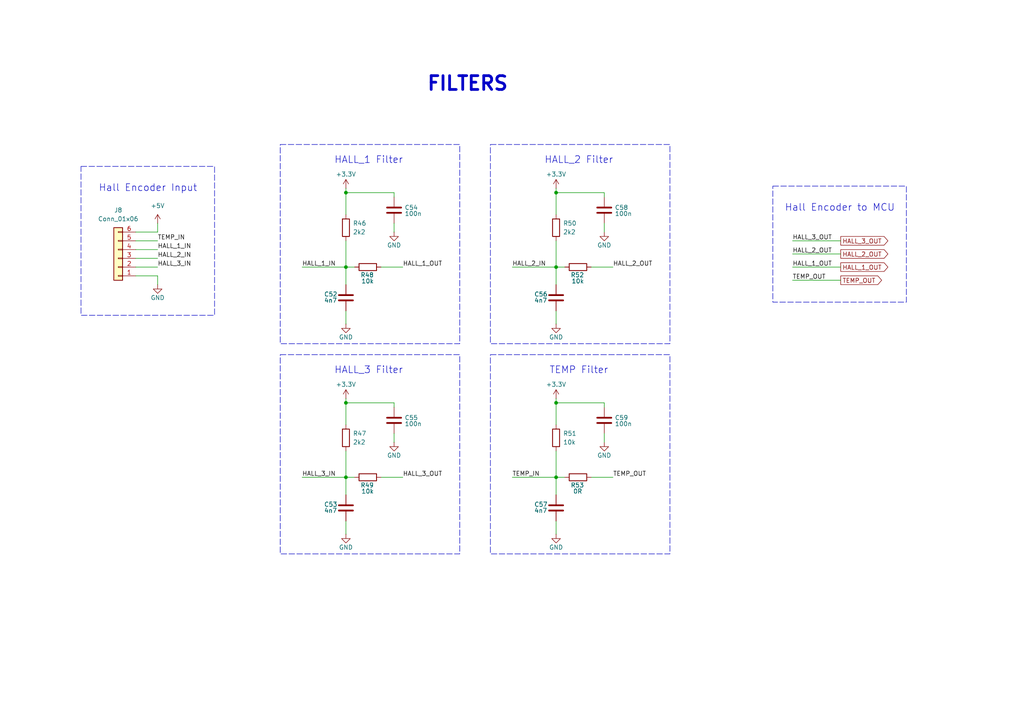
<source format=kicad_sch>
(kicad_sch (version 20231120) (generator "eeschema") (generator_version "8.0")
  (paper "A4")
  (title_block (title "FILTERS") (rev "0"))
  (lib_symbols
    (symbol "Connector_Generic:Conn_01x06" (pin_names (offset 1.016) hide)
      (property "Reference" "J" (at 0 7.62 0))
      (property "Value" "Conn_01x06" (at 0 -10.16 0))
      (symbol "Conn_01x06_1_1"
        (rectangle (start -1.27 -7.493) (end 0 -7.747) (stroke (width 0.1524)))
        (rectangle (start -1.27 -4.953) (end 0 -5.207) (stroke (width 0.1524)))
        (rectangle (start -1.27 -2.413) (end 0 -2.667) (stroke (width 0.1524)))
        (rectangle (start -1.27 0.127) (end 0 -0.127) (stroke (width 0.1524)))
        (rectangle (start -1.27 2.667) (end 0 2.413) (stroke (width 0.1524)))
        (rectangle (start -1.27 5.207) (end 0 4.953) (stroke (width 0.1524)))
        (rectangle (start -1.27 6.35) (end 1.27 -8.89) (stroke (width 0.254)) (fill (type background)))
        (pin passive line (at -5.08 5.08 0) (length 3.81) (name "Pin_1") (number "1"))
        (pin passive line (at -5.08 2.54 0) (length 3.81) (name "Pin_2") (number "2"))
        (pin passive line (at -5.08 0 0) (length 3.81) (name "Pin_3") (number "3"))
        (pin passive line (at -5.08 -2.54 0) (length 3.81) (name "Pin_4") (number "4"))
        (pin passive line (at -5.08 -5.08 0) (length 3.81) (name "Pin_5") (number "5"))
        (pin passive line (at -5.08 -7.62 0) (length 3.81) (name "Pin_6") (number "6"))
      )
    )
    (symbol "Device:C" (pin_numbers hide) (pin_names (offset 0.254))
      (property "Reference" "C" (at 0.635 2.54 0))
      (property "Value" "C" (at 0.635 -2.54 0))
      (symbol "C_0_1"
        (polyline (pts (xy -2.032 -0.762) (xy 2.032 -0.762)) (stroke (width 0.508)))
        (polyline (pts (xy -2.032 0.762) (xy 2.032 0.762)) (stroke (width 0.508)))
      )
      (symbol "C_1_1"
        (pin passive line (at 0 3.81 270) (length 2.794) (name "~") (number "1"))
        (pin passive line (at 0 -3.81 90) (length 2.794) (name "~") (number "2"))
      )
    )
    (symbol "Device:R" (pin_numbers hide) (pin_names (offset 0))
      (property "Reference" "R" (at 2.032 0 90))
      (property "Value" "R" (at 0 0 90))
      (symbol "R_0_1"
        (rectangle (start -1.016 -2.54) (end 1.016 2.54) (stroke (width 0.254)))
      )
      (symbol "R_1_1"
        (pin passive line (at 0 3.81 270) (length 1.27) (name "~") (number "1"))
        (pin passive line (at 0 -3.81 90) (length 1.27) (name "~") (number "2"))
      )
    )
    (symbol "power:+3.3V" (power) (pin_numbers hide) (pin_names (offset 0) hide)
      (property "Value" "+3.3V" (at 0 3.556 0))
      (symbol "+3.3V_0_1"
        (polyline (pts (xy -0.762 1.27) (xy 0 2.54)))
        (polyline (pts (xy 0 0) (xy 0 2.54)))
        (polyline (pts (xy 0 2.54) (xy 0.762 1.27)))
      )
      (symbol "+3.3V_1_1"
        (pin power_in line (at 0 0 90) (length 0) (name "~") (number "1"))
      )
    )
    (symbol "power:+5V" (power) (pin_numbers hide) (pin_names (offset 0) hide)
      (property "Value" "+5V" (at 0 3.556 0))
      (symbol "+5V_0_1"
        (polyline (pts (xy -0.762 1.27) (xy 0 2.54)))
        (polyline (pts (xy 0 0) (xy 0 2.54)))
        (polyline (pts (xy 0 2.54) (xy 0.762 1.27)))
      )
      (symbol "+5V_1_1"
        (pin power_in line (at 0 0 90) (length 0) (name "~") (number "1"))
      )
    )
    (symbol "power:GND" (power) (pin_numbers hide) (pin_names (offset 0) hide)
      (property "Value" "GND" (at 0 -3.81 0))
      (symbol "GND_0_1"
        (polyline (pts (xy 0 0) (xy 0 -1.27) (xy 1.27 -1.27) (xy 0 -2.54) (xy -1.27 -1.27) (xy 0 -1.27)))
      )
      (symbol "GND_1_1"
        (pin power_in line (at 0 0 270) (length 0) (name "~") (number "1"))
      )
    )
  )
  (junction (at 100.33 55.88))
  (junction (at 100.33 138.43))
  (junction (at 161.29 77.47))
  (junction (at 161.29 138.43))
  (junction (at 100.33 116.84))
  (junction (at 100.33 77.47))
  (junction (at 161.29 55.88))
  (junction (at 161.29 116.84))
  (wire (pts (xy 100.33 77.47) (xy 100.33 82.55)))
  (wire (pts (xy 161.29 55.88) (xy 161.29 62.23)))
  (wire (pts (xy 39.37 72.39) (xy 45.72 72.39)))
  (wire (pts (xy 161.29 115.57) (xy 161.29 116.84)))
  (wire (pts (xy 229.87 77.47) (xy 243.84 77.47)))
  (wire (pts (xy 161.29 138.43) (xy 163.83 138.43)))
  (wire (pts (xy 161.29 116.84) (xy 161.29 123.19)))
  (wire (pts (xy 45.72 67.31) (xy 39.37 67.31)))
  (wire (pts (xy 87.63 77.47) (xy 100.33 77.47)))
  (wire (pts (xy 100.33 90.17) (xy 100.33 93.98)))
  (wire (pts (xy 100.33 55.88) (xy 100.33 62.23)))
  (wire (pts (xy 148.59 138.43) (xy 161.29 138.43)))
  (wire (pts (xy 175.26 125.73) (xy 175.26 128.27)))
  (wire (pts (xy 114.3 116.84) (xy 100.33 116.84)))
  (wire (pts (xy 100.33 130.81) (xy 100.33 138.43)))
  (wire (pts (xy 161.29 151.13) (xy 161.29 154.94)))
  (wire (pts (xy 39.37 69.85) (xy 45.72 69.85)))
  (wire (pts (xy 161.29 90.17) (xy 161.29 93.98)))
  (wire (pts (xy 229.87 69.85) (xy 243.84 69.85)))
  (wire (pts (xy 148.59 77.47) (xy 161.29 77.47)))
  (wire (pts (xy 100.33 138.43) (xy 100.33 143.51)))
  (wire (pts (xy 161.29 54.61) (xy 161.29 55.88)))
  (wire (pts (xy 100.33 54.61) (xy 100.33 55.88)))
  (wire (pts (xy 175.26 64.77) (xy 175.26 67.31)))
  (wire (pts (xy 45.72 64.77) (xy 45.72 67.31)))
  (wire (pts (xy 171.45 77.47) (xy 177.8 77.47)))
  (wire (pts (xy 175.26 55.88) (xy 161.29 55.88)))
  (wire (pts (xy 175.26 118.11) (xy 175.26 116.84)))
  (wire (pts (xy 161.29 77.47) (xy 161.29 82.55)))
  (wire (pts (xy 100.33 69.85) (xy 100.33 77.47)))
  (wire (pts (xy 100.33 77.47) (xy 102.87 77.47)))
  (wire (pts (xy 114.3 125.73) (xy 114.3 128.27)))
  (wire (pts (xy 161.29 138.43) (xy 161.29 143.51)))
  (wire (pts (xy 114.3 118.11) (xy 114.3 116.84)))
  (wire (pts (xy 171.45 138.43) (xy 177.8 138.43)))
  (wire (pts (xy 110.49 77.47) (xy 116.84 77.47)))
  (wire (pts (xy 114.3 64.77) (xy 114.3 67.31)))
  (wire (pts (xy 39.37 74.93) (xy 45.72 74.93)))
  (wire (pts (xy 100.33 116.84) (xy 100.33 123.19)))
  (wire (pts (xy 114.3 55.88) (xy 100.33 55.88)))
  (wire (pts (xy 87.63 138.43) (xy 100.33 138.43)))
  (wire (pts (xy 229.87 81.28) (xy 243.84 81.28)))
  (wire (pts (xy 175.26 116.84) (xy 161.29 116.84)))
  (wire (pts (xy 161.29 69.85) (xy 161.29 77.47)))
  (wire (pts (xy 110.49 138.43) (xy 116.84 138.43)))
  (wire (pts (xy 175.26 57.15) (xy 175.26 55.88)))
  (wire (pts (xy 100.33 138.43) (xy 102.87 138.43)))
  (wire (pts (xy 229.87 73.66) (xy 243.84 73.66)))
  (wire (pts (xy 100.33 151.13) (xy 100.33 154.94)))
  (wire (pts (xy 39.37 80.01) (xy 45.72 80.01)))
  (wire (pts (xy 161.29 130.81) (xy 161.29 138.43)))
  (wire (pts (xy 100.33 115.57) (xy 100.33 116.84)))
  (wire (pts (xy 161.29 77.47) (xy 163.83 77.47)))
  (wire (pts (xy 114.3 57.15) (xy 114.3 55.88)))
  (wire (pts (xy 39.37 77.47) (xy 45.72 77.47)))
  (wire (pts (xy 45.72 80.01) (xy 45.72 82.55)))
  (rectangle (start 224.155 53.975) (end 262.89 87.63) (stroke (width 0) (type dash)))
  (rectangle (start 81.28 41.91) (end 133.35 99.695) (stroke (width 0) (type dash)))
  (rectangle (start 142.24 102.87) (end 194.31 160.655) (stroke (width 0) (type dash)))
  (rectangle (start 142.24 41.91) (end 194.31 99.695) (stroke (width 0) (type dash)))
  (rectangle (start 23.495 48.26) (end 62.23 91.44) (stroke (width 0) (type dash)))
  (rectangle (start 81.28 102.87) (end 133.35 160.655) (stroke (width 0) (type dash)))
  (text "HALL_1 Filter" (at 106.934 46.482 0) (effects (font (size 2 2))))
  (text "Hall Encoder Input" (at 42.926 54.61 0) (effects (font (size 2 2))))
  (text "HALL_3 Filter" (at 106.934 107.442 0) (effects (font (size 2 2))))
  (text "HALL_2 Filter" (at 167.894 46.482 0) (effects (font (size 2 2))))
  (text "${TITLE}" (at 135.636 24.384 0) (effects (font (size 4 4) (thickness 0.8) (bold yes))))
  (text "TEMP Filter" (at 167.894 107.442 0) (effects (font (size 2 2))))
  (text "Hall Encoder to MCU" (at 243.586 60.325 0) (effects (font (size 2 2))))
  (label "HALL_1_OUT" (at 116.84 77.47 0))
  (label "HALL_3_OUT" (at 229.87 69.85 0))
  (label "HALL_3_IN" (at 87.63 138.43 0))
  (label "TEMP_OUT" (at 229.87 81.28 0))
  (label "HALL_1_IN" (at 45.72 72.39 0))
  (label "HALL_2_OUT" (at 177.8 77.47 0))
  (label "TEMP_IN" (at 45.72 69.85 0))
  (label "HALL_1_OUT" (at 229.87 77.47 0))
  (label "TEMP_OUT" (at 177.8 138.43 0))
  (label "HALL_2_IN" (at 148.59 77.47 0))
  (label "HALL_1_IN" (at 87.63 77.47 0))
  (label "HALL_3_IN" (at 45.72 77.47 0))
  (label "HALL_2_OUT" (at 229.87 73.66 0))
  (label "TEMP_IN" (at 148.59 138.43 0))
  (label "HALL_3_OUT" (at 116.84 138.43 0))
  (label "HALL_2_IN" (at 45.72 74.93 0))
  (global_label "HALL_3_OUT" (shape output) (at 243.84 69.85 0) (property "Intersheetrefs" "${INTERSHEET_REFS}" (effects (hide yes))))
  (global_label "HALL_2_OUT" (shape output) (at 243.84 73.66 0) (property "Intersheetrefs" "${INTERSHEET_REFS}" (effects (hide yes))))
  (global_label "HALL_1_OUT" (shape output) (at 243.84 77.47 0) (property "Intersheetrefs" "${INTERSHEET_REFS}" (effects (hide yes))))
  (global_label "TEMP_OUT" (shape output) (at 243.84 81.28 0) (property "Intersheetrefs" "${INTERSHEET_REFS}" (effects (hide yes))))
  (symbol (lib_id "Device:R") (at 106.68 77.47 90) (unit 1)
    (property "Reference" "R48" (at 108.458 79.756 90) (effects (justify left)))
    (property "Value" "10k" (at 108.458 81.534 90) (effects (justify left)))
    (property "Footprint" "Resistor_SMD:R_0603_1608Metric" (effects (hide yes)))
    (property "Description" "Resistor" (effects (hide yes)))
  )
  (symbol (lib_id "Device:C") (at 161.29 147.32 0) (unit 1)
    (property "Reference" "C57" (at 154.94 146.304 0) (effects (justify left)))
    (property "Value" "4n7" (at 154.94 148.082 0) (effects (justify left)))
    (property "Footprint" "Capacitor_SMD:C_0201_0603Metric" (effects (hide yes)))
    (property "Description" "Unpolarized capacitor" (effects (hide yes)))
  )
  (symbol (lib_id "Device:C") (at 175.26 121.92 0) (unit 1)
    (property "Reference" "C59" (at 178.308 121.1581 0) (effects (justify left)))
    (property "Value" "100n" (at 178.308 122.936 0) (effects (justify left)))
    (property "Footprint" "Capacitor_SMD:C_0201_0603Metric" (effects (hide yes)))
    (property "Description" "Unpolarized capacitor" (effects (hide yes)))
  )
  (symbol (lib_id "power:GND") (at 175.26 128.27 0) (unit 1)
    (property "Reference" "#PWR081" (effects (hide yes)))
    (property "Value" "GND" (at 175.26 132.08 0))
    (property "Description" "Power symbol creates a global label with name \"GND\" , ground" (effects (hide yes)))
  )
  (symbol (lib_id "Device:R") (at 167.64 138.43 90) (unit 1)
    (property "Reference" "R53" (at 169.418 140.716 90) (effects (justify left)))
    (property "Value" "0R" (at 168.91 142.494 90) (effects (justify left)))
    (property "Footprint" "Resistor_SMD:R_0603_1608Metric" (effects (hide yes)))
    (property "Description" "Resistor" (effects (hide yes)))
  )
  (symbol (lib_id "power:+3.3V") (at 100.33 54.61 0) (unit 1)
    (property "Reference" "#PWR070" (effects (hide yes)))
    (property "Value" "+3.3V" (at 100.33 50.546 0))
    (property "Description" "Power symbol creates a global label with name \"+3.3V\"" (effects (hide yes)))
  )
  (symbol (lib_id "power:+3.3V") (at 161.29 115.57 0) (unit 1)
    (property "Reference" "#PWR078" (effects (hide yes)))
    (property "Value" "+3.3V" (at 161.29 111.506 0))
    (property "Description" "Power symbol creates a global label with name \"+3.3V\"" (effects (hide yes)))
  )
  (symbol (lib_id "Device:C") (at 100.33 147.32 0) (unit 1)
    (property "Reference" "C53" (at 93.98 146.304 0) (effects (justify left)))
    (property "Value" "4n7" (at 93.98 148.082 0) (effects (justify left)))
    (property "Footprint" "Capacitor_SMD:C_0201_0603Metric" (effects (hide yes)))
    (property "Description" "Unpolarized capacitor" (effects (hide yes)))
  )
  (symbol (lib_id "power:GND") (at 100.33 154.94 0) (unit 1)
    (property "Reference" "#PWR073" (effects (hide yes)))
    (property "Value" "GND" (at 100.33 158.75 0))
    (property "Description" "Power symbol creates a global label with name \"GND\" , ground" (effects (hide yes)))
  )
  (symbol (lib_id "Device:C") (at 161.29 86.36 0) (unit 1)
    (property "Reference" "C56" (at 154.94 85.344 0) (effects (justify left)))
    (property "Value" "4n7" (at 154.94 87.122 0) (effects (justify left)))
    (property "Footprint" "Capacitor_SMD:C_0201_0603Metric" (effects (hide yes)))
    (property "Description" "Unpolarized capacitor" (effects (hide yes)))
  )
  (symbol (lib_id "power:GND") (at 114.3 128.27 0) (unit 1)
    (property "Reference" "#PWR075" (effects (hide yes)))
    (property "Value" "GND" (at 114.3 132.08 0))
    (property "Description" "Power symbol creates a global label with name \"GND\" , ground" (effects (hide yes)))
  )
  (symbol (lib_id "Device:C") (at 100.33 86.36 0) (unit 1)
    (property "Reference" "C52" (at 93.98 85.344 0) (effects (justify left)))
    (property "Value" "4n7" (at 93.98 87.122 0) (effects (justify left)))
    (property "Footprint" "Capacitor_SMD:C_0201_0603Metric" (effects (hide yes)))
    (property "Description" "Unpolarized capacitor" (effects (hide yes)))
  )
  (symbol (lib_id "Device:R") (at 106.68 138.43 90) (unit 1)
    (property "Reference" "R49" (at 108.458 140.716 90) (effects (justify left)))
    (property "Value" "10k" (at 108.458 142.494 90) (effects (justify left)))
    (property "Footprint" "Resistor_SMD:R_0603_1608Metric" (effects (hide yes)))
    (property "Description" "Resistor" (effects (hide yes)))
  )
  (symbol (lib_id "Device:R") (at 100.33 127 0) (unit 1)
    (property "Reference" "R47" (at 102.362 125.73 0) (effects (justify left)))
    (property "Value" "2k2" (at 102.362 128.27 0) (effects (justify left)))
    (property "Footprint" "Resistor_SMD:R_0603_1608Metric" (effects (hide yes)))
    (property "Description" "Resistor" (effects (hide yes)))
  )
  (symbol (lib_id "power:GND") (at 161.29 154.94 0) (unit 1)
    (property "Reference" "#PWR079" (effects (hide yes)))
    (property "Value" "GND" (at 161.29 158.75 0))
    (property "Description" "Power symbol creates a global label with name \"GND\" , ground" (effects (hide yes)))
  )
  (symbol (lib_id "power:GND") (at 100.33 93.98 0) (unit 1)
    (property "Reference" "#PWR071" (effects (hide yes)))
    (property "Value" "GND" (at 100.33 97.79 0))
    (property "Description" "Power symbol creates a global label with name \"GND\" , ground" (effects (hide yes)))
  )
  (symbol (lib_id "power:GND") (at 161.29 93.98 0) (unit 1)
    (property "Reference" "#PWR077" (effects (hide yes)))
    (property "Value" "GND" (at 161.29 97.79 0))
    (property "Description" "Power symbol creates a global label with name \"GND\" , ground" (effects (hide yes)))
  )
  (symbol (lib_id "Device:R") (at 161.29 66.04 0) (unit 1)
    (property "Reference" "R50" (at 163.322 64.77 0) (effects (justify left)))
    (property "Value" "2k2" (at 163.322 67.31 0) (effects (justify left)))
    (property "Footprint" "Resistor_SMD:R_0603_1608Metric" (effects (hide yes)))
    (property "Description" "Resistor" (effects (hide yes)))
  )
  (symbol (lib_id "power:+3.3V") (at 100.33 115.57 0) (unit 1)
    (property "Reference" "#PWR072" (effects (hide yes)))
    (property "Value" "+3.3V" (at 100.33 111.506 0))
    (property "Description" "Power symbol creates a global label with name \"+3.3V\"" (effects (hide yes)))
  )
  (symbol (lib_id "Device:C") (at 114.3 60.96 0) (unit 1)
    (property "Reference" "C54" (at 117.348 60.1981 0) (effects (justify left)))
    (property "Value" "100n" (at 117.348 61.976 0) (effects (justify left)))
    (property "Footprint" "Capacitor_SMD:C_0201_0603Metric" (effects (hide yes)))
    (property "Description" "Unpolarized capacitor" (effects (hide yes)))
  )
  (symbol (lib_id "Device:C") (at 114.3 121.92 0) (unit 1)
    (property "Reference" "C55" (at 117.348 121.1581 0) (effects (justify left)))
    (property "Value" "100n" (at 117.348 122.936 0) (effects (justify left)))
    (property "Footprint" "Capacitor_SMD:C_0201_0603Metric" (effects (hide yes)))
    (property "Description" "Unpolarized capacitor" (effects (hide yes)))
  )
  (symbol (lib_id "Device:C") (at 175.26 60.96 0) (unit 1)
    (property "Reference" "C58" (at 178.308 60.1981 0) (effects (justify left)))
    (property "Value" "100n" (at 178.308 61.976 0) (effects (justify left)))
    (property "Footprint" "Capacitor_SMD:C_0201_0603Metric" (effects (hide yes)))
    (property "Description" "Unpolarized capacitor" (effects (hide yes)))
  )
  (symbol (lib_id "power:+5V") (at 45.72 64.77 0) (unit 1)
    (property "Reference" "#PWR068" (effects (hide yes)))
    (property "Value" "+5V" (at 45.72 59.69 0))
    (property "Description" "Power symbol creates a global label with name \"+5V\"" (effects (hide yes)))
  )
  (symbol (lib_id "power:+3.3V") (at 161.29 54.61 0) (unit 1)
    (property "Reference" "#PWR076" (effects (hide yes)))
    (property "Value" "+3.3V" (at 161.29 50.546 0))
    (property "Description" "Power symbol creates a global label with name \"+3.3V\"" (effects (hide yes)))
  )
  (symbol (lib_id "power:GND") (at 175.26 67.31 0) (unit 1)
    (property "Reference" "#PWR080" (effects (hide yes)))
    (property "Value" "GND" (at 175.26 71.12 0))
    (property "Description" "Power symbol creates a global label with name \"GND\" , ground" (effects (hide yes)))
  )
  (symbol (lib_id "Device:R") (at 100.33 66.04 0) (unit 1)
    (property "Reference" "R46" (at 102.362 64.77 0) (effects (justify left)))
    (property "Value" "2k2" (at 102.362 67.31 0) (effects (justify left)))
    (property "Footprint" "Resistor_SMD:R_0603_1608Metric" (effects (hide yes)))
    (property "Description" "Resistor" (effects (hide yes)))
  )
  (symbol (lib_id "Device:R") (at 161.29 127 0) (unit 1)
    (property "Reference" "R51" (at 163.322 125.73 0) (effects (justify left)))
    (property "Value" "10k" (at 163.322 128.27 0) (effects (justify left)))
    (property "Footprint" "Resistor_SMD:R_0603_1608Metric" (effects (hide yes)))
    (property "Description" "Resistor" (effects (hide yes)))
  )
  (symbol (lib_id "power:GND") (at 45.72 82.55 0) (unit 1)
    (property "Reference" "#PWR069" (effects (hide yes)))
    (property "Value" "GND" (at 45.72 86.36 0))
    (property "Description" "Power symbol creates a global label with name \"GND\" , ground" (effects (hide yes)))
  )
  (symbol (lib_id "Connector_Generic:Conn_01x06") (at 34.29 74.93 180) (unit 1)
    (property "Reference" "J8" (at 34.29 60.96 0))
    (property "Value" "Conn_01x06" (at 34.29 63.5 0))
    (property "Footprint" "Connector_PinHeader_2.00mm:PinHeader_1x06_P2.00mm_Vertical" (effects (hide yes)))
    (property "Description" "Generic connector, single row, 01x06, script generated (kicad-library-utils/schlib/autogen/connector/)" (effects (hide yes)))
  )
  (symbol (lib_id "power:GND") (at 114.3 67.31 0) (unit 1)
    (property "Reference" "#PWR074" (effects (hide yes)))
    (property "Value" "GND" (at 114.3 71.12 0))
    (property "Description" "Power symbol creates a global label with name \"GND\" , ground" (effects (hide yes)))
  )
  (symbol (lib_id "Device:R") (at 167.64 77.47 90) (unit 1)
    (property "Reference" "R52" (at 169.418 79.756 90) (effects (justify left)))
    (property "Value" "10k" (at 169.418 81.534 90) (effects (justify left)))
    (property "Footprint" "Resistor_SMD:R_0603_1608Metric" (effects (hide yes)))
    (property "Description" "Resistor" (effects (hide yes)))
  )
)
</source>
